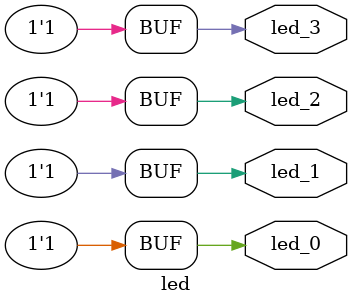
<source format=v>
`timescale 1ns / 1ps


module led(
led_0,
led_1,
led_2,
led_3
    );
output led_0,led_1,led_2,led_3;
reg led_0,led_1,led_2,led_3;
always@(*)
begin
    led_0=1'b1;
    led_1=1'b1;
    led_2=1'b1;
    led_3=1'b1;
end
endmodule

</source>
